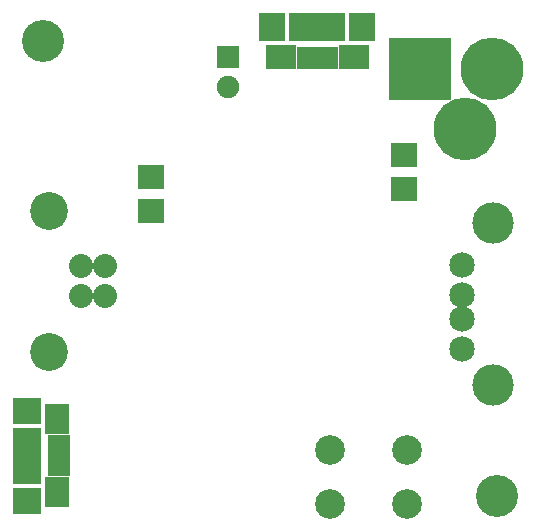
<source format=gbs>
%FSLAX34Y34*%
G04 Gerber Fmt 3.4, Leading zero omitted, Abs format*
G04 (created by PCBNEW (2013-11-28 BZR 4510)-product) date Thu 15 May 2014 02:09:21 PM EDT*
%MOIN*%
G01*
G70*
G90*
G04 APERTURE LIST*
%ADD10C,0.005906*%
%ADD11R,0.090900X0.082900*%
%ADD12R,0.094700X0.094700*%
%ADD13R,0.094700X0.094800*%
%ADD14R,0.094700X0.090700*%
%ADD15R,0.082900X0.102500*%
%ADD16R,0.073000X0.035700*%
%ADD17R,0.094800X0.094700*%
%ADD18R,0.090700X0.094700*%
%ADD19R,0.102500X0.082900*%
%ADD20R,0.035700X0.073000*%
%ADD21C,0.085000*%
%ADD22C,0.138100*%
%ADD23C,0.080000*%
%ADD24C,0.126300*%
%ADD25C,0.209000*%
%ADD26R,0.209000X0.209000*%
%ADD27C,0.098700*%
%ADD28C,0.140000*%
%ADD29R,0.075000X0.075000*%
%ADD30C,0.075000*%
G04 APERTURE END LIST*
G54D10*
G54D11*
X72480Y-42349D03*
X72480Y-41231D03*
X80910Y-41609D03*
X80910Y-40491D03*
G54D12*
X68352Y-50984D03*
G54D13*
X68352Y-50040D03*
G54D14*
X68352Y-49016D03*
G54D15*
X69356Y-51732D03*
G54D16*
X69406Y-51023D03*
X69406Y-50767D03*
X69406Y-50512D03*
X69406Y-50257D03*
X69406Y-50001D03*
G54D15*
X69356Y-49292D03*
G54D14*
X68352Y-52008D03*
G54D12*
X77554Y-36214D03*
G54D17*
X78498Y-36214D03*
G54D18*
X79522Y-36214D03*
G54D19*
X76806Y-37218D03*
G54D20*
X77515Y-37268D03*
X77771Y-37268D03*
X78026Y-37268D03*
X78281Y-37268D03*
X78537Y-37268D03*
G54D19*
X79246Y-37218D03*
G54D18*
X76530Y-36214D03*
G54D21*
X82850Y-46950D03*
X82850Y-45950D03*
X82850Y-45150D03*
X82850Y-44150D03*
G54D22*
X83900Y-48150D03*
X83900Y-42750D03*
G54D23*
X70950Y-44200D03*
X70950Y-45200D03*
X70163Y-45200D03*
X70163Y-44200D03*
G54D24*
X69100Y-42338D03*
X69100Y-47062D03*
G54D25*
X83860Y-37620D03*
G54D26*
X81460Y-37620D03*
G54D25*
X82960Y-39620D03*
G54D27*
X78450Y-52106D03*
X81010Y-50334D03*
X81010Y-52106D03*
X78450Y-50334D03*
G54D28*
X84035Y-51860D03*
X68875Y-36700D03*
G54D29*
X75042Y-37210D03*
G54D30*
X75042Y-38210D03*
M02*

</source>
